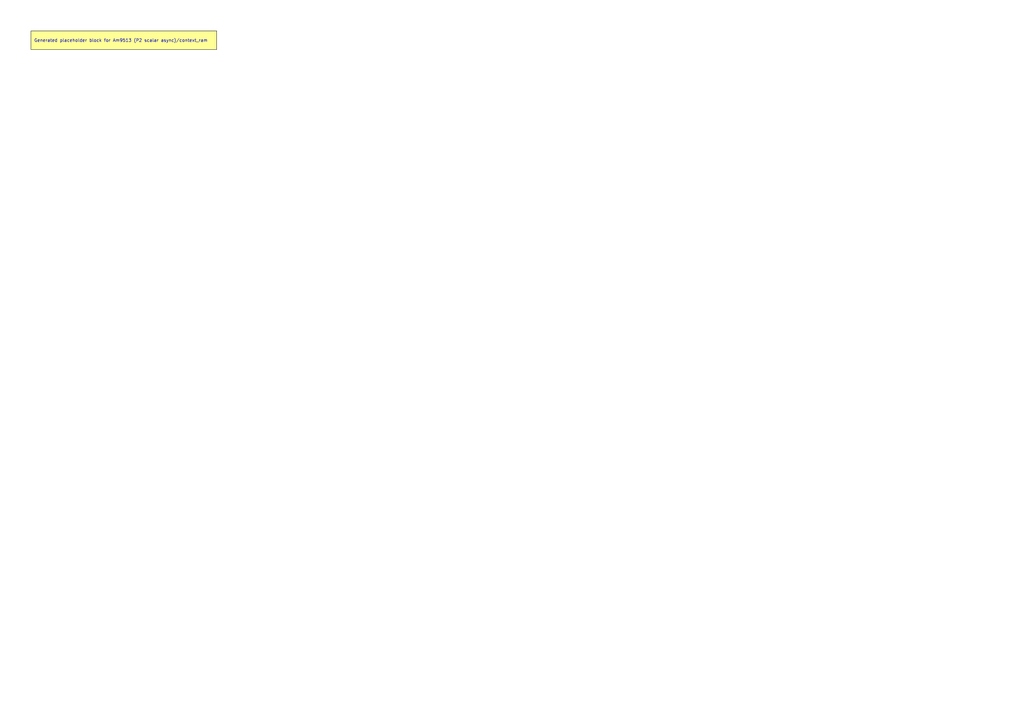
<source format=kicad_sch>
(kicad_sch
	(version 20250114)
	(generator "kicadgen")
	(generator_version "0.2")
	(uuid "e854e094-cc7e-5e5a-aec4-651b232cb9f2")
	(paper "A3")
	(title_block
		(title "Am9513 (P2 scalar async)::context_ram")
		(company "Project Carbon")
		(comment 1 "Generated - do not edit in generated/")
		(comment 2 "Edit in schem/kicad9/manual/ or refine mapping specs")
	)
	(lib_symbols)
	(text_box
		"Generated placeholder block for Am9513 (P2 scalar async)/context_ram"
		(exclude_from_sim no)
		(at
			12.7
			12.7
			0
		)
		(size 76.2 7.62)
		(margins
			1.27
			1.27
			1.27
			1.27
		)
		(stroke
			(width 0)
			(type default)
			(color
				0
				0
				0
				1
			)
		)
		(fill
			(type color)
			(color
				255
				255
				150
				1
			)
		)
		(effects
			(font
				(size 1.27 1.27)
			)
			(justify left)
		)
		(uuid "a43ba286-cfaa-562c-b819-28363f159ef1")
	)
	(sheet_instances
		(path
			"/"
			(page "1")
		)
	)
	(embedded_fonts no)
)

</source>
